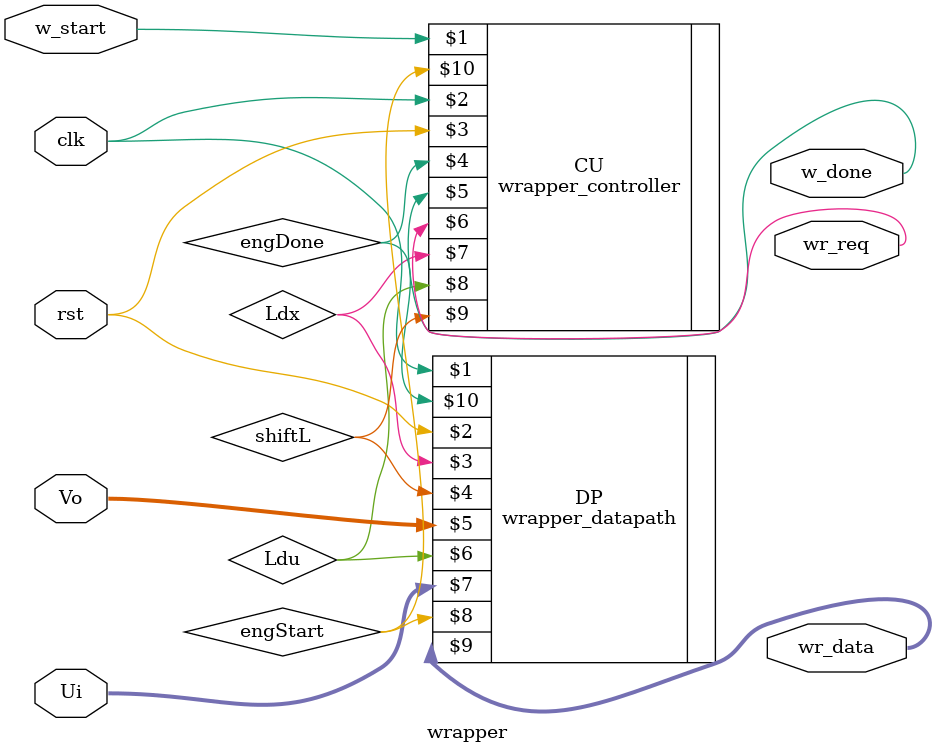
<source format=v>
module wrapper(clk , rst,w_start,Ui,Vo,w_done,wr_req,wr_data);

    input w_start,clk , rst;
    input [1:0]Ui;
    input [15:0]Vo;

    output w_done,wr_req;
    output [20:0] wr_data;

    wire engDone,Ldu,Ldx,shiftL,engStart;
    wrapper_controller CU(w_start,clk , rst , engDone,w_done , wr_req,Ldx,Ldu,shiftL,engStart);

    wrapper_datapath DP(clk, rst, Ldx, shiftL , Vo,Ldu, Ui,engStart,wr_data,engDone);

endmodule
</source>
